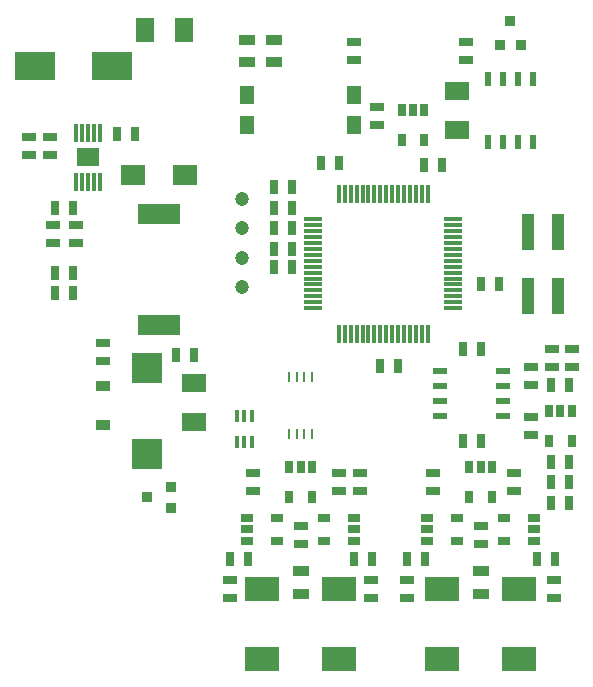
<source format=gbr>
%TF.GenerationSoftware,KiCad,Pcbnew,6.0.0*%
%TF.CreationDate,2022-04-16T14:37:20+02:00*%
%TF.ProjectId,cowdin-3a-pwrmon,636f7764-696e-42d3-9361-2d7077726d6f,1*%
%TF.SameCoordinates,Original*%
%TF.FileFunction,Paste,Top*%
%TF.FilePolarity,Positive*%
%FSLAX46Y46*%
G04 Gerber Fmt 4.6, Leading zero omitted, Abs format (unit mm)*
G04 Created by KiCad (PCBNEW 6.0.0) date 2022-04-16 14:37:20*
%MOMM*%
%LPD*%
G01*
G04 APERTURE LIST*
%ADD10R,2.032000X1.524000*%
%ADD11R,3.560000X1.780000*%
%ADD12R,0.300000X1.524000*%
%ADD13R,1.524000X0.300000*%
%ADD14R,1.143000X0.635000*%
%ADD15R,0.635000X1.143000*%
%ADD16R,0.400000X1.000000*%
%ADD17R,1.000760X0.701040*%
%ADD18R,0.914400X0.914400*%
%ADD19C,1.198880*%
%ADD20R,2.100000X1.800000*%
%ADD21R,0.609600X1.270000*%
%ADD22R,1.397000X0.889000*%
%ADD23R,3.000000X2.000000*%
%ADD24R,3.500120X2.400300*%
%ADD25R,1.220000X0.910000*%
%ADD26R,0.230000X0.930000*%
%ADD27R,0.701040X1.000760*%
%ADD28R,1.300000X1.500000*%
%ADD29R,1.270000X0.609600*%
%ADD30R,0.300000X1.600000*%
%ADD31R,1.880000X1.570000*%
%ADD32R,1.000000X3.100000*%
%ADD33R,1.524000X2.032000*%
%ADD34R,2.500000X2.500000*%
G04 APERTURE END LIST*
D10*
%TO.C,R18*%
X139500000Y-108099000D03*
X139500000Y-111401000D03*
%TD*%
D11*
%TO.C,L1*%
X136550000Y-93750000D03*
X136550000Y-103150000D03*
%TD*%
D12*
%TO.C,U1*%
X151750000Y-103912000D03*
X152250000Y-103912000D03*
X152750000Y-103912000D03*
X153250000Y-103912000D03*
X153750000Y-103912000D03*
X154250000Y-103912000D03*
X154750000Y-103912000D03*
X155250000Y-103912000D03*
X155750000Y-103912000D03*
X156250000Y-103912000D03*
X156750000Y-103912000D03*
X157250000Y-103912000D03*
X157750000Y-103912000D03*
X158250000Y-103912000D03*
X158750000Y-103912000D03*
X159250000Y-103912000D03*
D13*
X161412000Y-101750000D03*
X161412000Y-101250000D03*
X161412000Y-100750000D03*
X161412000Y-100250000D03*
X161412000Y-99750000D03*
X161412000Y-99250000D03*
X161412000Y-98750000D03*
X161412000Y-98250000D03*
X161412000Y-97750000D03*
X161412000Y-97250000D03*
X161412000Y-96750000D03*
X161412000Y-96250000D03*
X161412000Y-95750000D03*
X161412000Y-95250000D03*
X161412000Y-94750000D03*
X161412000Y-94250000D03*
D12*
X159250000Y-92088000D03*
X158750000Y-92088000D03*
X158250000Y-92088000D03*
X157750000Y-92088000D03*
X157250000Y-92088000D03*
X156750000Y-92088000D03*
X156250000Y-92088000D03*
X155750000Y-92088000D03*
X155250000Y-92088000D03*
X154750000Y-92088000D03*
X154250000Y-92088000D03*
X153750000Y-92088000D03*
X153250000Y-92088000D03*
X152750000Y-92088000D03*
X152250000Y-92088000D03*
X151750000Y-92088000D03*
D13*
X149588000Y-94250000D03*
X149588000Y-94750000D03*
X149588000Y-95250000D03*
X149588000Y-95750000D03*
X149588000Y-96250000D03*
X149588000Y-96750000D03*
X149588000Y-97250000D03*
X149588000Y-97750000D03*
X149588000Y-98250000D03*
X149588000Y-98750000D03*
X149588000Y-99250000D03*
X149588000Y-99750000D03*
X149588000Y-100250000D03*
X149588000Y-100750000D03*
X149588000Y-101250000D03*
X149588000Y-101750000D03*
%TD*%
D14*
%TO.C,C7*%
X163750000Y-120238000D03*
X163750000Y-121762000D03*
%TD*%
D15*
%TO.C,C13*%
X137988000Y-105750000D03*
X139512000Y-105750000D03*
%TD*%
D14*
%TO.C,R17*%
X151750000Y-117262000D03*
X151750000Y-115738000D03*
%TD*%
%TO.C,R51*%
X142500000Y-124738000D03*
X142500000Y-126262000D03*
%TD*%
D15*
%TO.C,R15*%
X171262000Y-108250000D03*
X169738000Y-108250000D03*
%TD*%
D14*
%TO.C,C11*%
X153050000Y-80762000D03*
X153050000Y-79238000D03*
%TD*%
D16*
%TO.C,U14*%
X143100000Y-113100000D03*
X143750000Y-113100000D03*
X144400000Y-113100000D03*
X144400000Y-110900000D03*
X143750000Y-110900000D03*
X143100000Y-110900000D03*
%TD*%
D17*
%TO.C,U6*%
X159230000Y-119547500D03*
X159230000Y-120500000D03*
X159230000Y-121452500D03*
X161770000Y-121452500D03*
X161770000Y-119547500D03*
%TD*%
D18*
%TO.C,Q1*%
X137516000Y-118639000D03*
X137516000Y-116861000D03*
X135484000Y-117750000D03*
%TD*%
D14*
%TO.C,R16*%
X168000000Y-110988000D03*
X168000000Y-112512000D03*
%TD*%
D18*
%TO.C,D1*%
X165361000Y-79516000D03*
X167139000Y-79516000D03*
X166250000Y-77484000D03*
%TD*%
D14*
%TO.C,C6*%
X148500000Y-120238000D03*
X148500000Y-121762000D03*
%TD*%
D15*
%TO.C,C16*%
X158988000Y-89650000D03*
X160512000Y-89650000D03*
%TD*%
D14*
%TO.C,R4*%
X155000000Y-86262000D03*
X155000000Y-84738000D03*
%TD*%
D15*
%TO.C,C22*%
X147762000Y-95000000D03*
X146238000Y-95000000D03*
%TD*%
%TO.C,C18*%
X147762000Y-96750000D03*
X146238000Y-96750000D03*
%TD*%
D19*
%TO.C,TP6*%
X143500000Y-92500000D03*
%TD*%
D14*
%TO.C,R43*%
X159750000Y-115738000D03*
X159750000Y-117262000D03*
%TD*%
D17*
%TO.C,U5*%
X168270000Y-121452500D03*
X168270000Y-120500000D03*
X168270000Y-119547500D03*
X165730000Y-119547500D03*
X165730000Y-121452500D03*
%TD*%
D14*
%TO.C,C5*%
X127500000Y-94738000D03*
X127500000Y-96262000D03*
%TD*%
D17*
%TO.C,U8*%
X143980000Y-119547500D03*
X143980000Y-120500000D03*
X143980000Y-121452500D03*
X146520000Y-121452500D03*
X146520000Y-119547500D03*
%TD*%
D14*
%TO.C,R5*%
X127250000Y-87238000D03*
X127250000Y-88762000D03*
%TD*%
%TO.C,R41*%
X157500000Y-124738000D03*
X157500000Y-126262000D03*
%TD*%
D20*
%TO.C,D2*%
X138700000Y-90500000D03*
X134300000Y-90500000D03*
%TD*%
D21*
%TO.C,U2*%
X164345000Y-87667000D03*
X165615000Y-87667000D03*
X166885000Y-87667000D03*
X168155000Y-87667000D03*
X168155000Y-82333000D03*
X166885000Y-82333000D03*
X165615000Y-82333000D03*
X164345000Y-82333000D03*
%TD*%
D22*
%TO.C,C8*%
X163750000Y-125952500D03*
X163750000Y-124047500D03*
%TD*%
D15*
%TO.C,C12*%
X132988000Y-87000000D03*
X134512000Y-87000000D03*
%TD*%
D23*
%TO.C,R10*%
X167000000Y-131450000D03*
X167000000Y-125550000D03*
%TD*%
D22*
%TO.C,C9*%
X148500000Y-125952500D03*
X148500000Y-124047500D03*
%TD*%
D15*
%TO.C,R6*%
X129262000Y-93250000D03*
X127738000Y-93250000D03*
%TD*%
D24*
%TO.C,C2*%
X132501200Y-81250000D03*
X125998800Y-81250000D03*
%TD*%
D15*
%TO.C,R22*%
X152988000Y-123000000D03*
X154512000Y-123000000D03*
%TD*%
D25*
%TO.C,D3*%
X131750000Y-111635000D03*
X131750000Y-108365000D03*
%TD*%
D26*
%TO.C,U13*%
X147525000Y-112450000D03*
X148175000Y-112450000D03*
X148825000Y-112450000D03*
X149475000Y-112450000D03*
X149475000Y-107550000D03*
X148825000Y-107550000D03*
X148175000Y-107550000D03*
X147525000Y-107550000D03*
%TD*%
D15*
%TO.C,R14*%
X147762000Y-91500000D03*
X146238000Y-91500000D03*
%TD*%
D27*
%TO.C,U4*%
X158952500Y-84980000D03*
X158000000Y-84980000D03*
X157047500Y-84980000D03*
X157047500Y-87520000D03*
X158952500Y-87520000D03*
%TD*%
D14*
%TO.C,R13*%
X166600000Y-115738000D03*
X166600000Y-117262000D03*
%TD*%
D15*
%TO.C,R12*%
X168488000Y-123000000D03*
X170012000Y-123000000D03*
%TD*%
D14*
%TO.C,C10*%
X162500000Y-80762000D03*
X162500000Y-79238000D03*
%TD*%
D23*
%TO.C,R20*%
X151750000Y-131450000D03*
X151750000Y-125550000D03*
%TD*%
D15*
%TO.C,C24*%
X171262000Y-118250000D03*
X169738000Y-118250000D03*
%TD*%
D19*
%TO.C,TP5*%
X143500000Y-95000000D03*
%TD*%
%TO.C,TP3*%
X143500000Y-97500000D03*
%TD*%
D28*
%TO.C,U3*%
X144000000Y-83730000D03*
X144000000Y-86270000D03*
X153000000Y-86270000D03*
X153000000Y-83730000D03*
%TD*%
D29*
%TO.C,U15*%
X165667000Y-110905000D03*
X165667000Y-109635000D03*
X165667000Y-108365000D03*
X165667000Y-107095000D03*
X160333000Y-107095000D03*
X160333000Y-108365000D03*
X160333000Y-109635000D03*
X160333000Y-110905000D03*
%TD*%
D14*
%TO.C,R53*%
X144500000Y-115738000D03*
X144500000Y-117262000D03*
%TD*%
%TO.C,R23*%
X153500000Y-115738000D03*
X153500000Y-117262000D03*
%TD*%
%TO.C,C25*%
X171500000Y-106762000D03*
X171500000Y-105238000D03*
%TD*%
%TO.C,R11*%
X170000000Y-124738000D03*
X170000000Y-126262000D03*
%TD*%
D15*
%TO.C,C23*%
X171262000Y-116500000D03*
X169738000Y-116500000D03*
%TD*%
D14*
%TO.C,R21*%
X154500000Y-124738000D03*
X154500000Y-126262000D03*
%TD*%
D30*
%TO.C,U11*%
X131500000Y-86900000D03*
X131000000Y-86900000D03*
X130500000Y-86900000D03*
X130000000Y-86900000D03*
X129500000Y-86900000D03*
X129500000Y-91100000D03*
X130000000Y-91100000D03*
X130500000Y-91100000D03*
X131000000Y-91100000D03*
X131500000Y-91100000D03*
D31*
X130500000Y-89000000D03*
%TD*%
D17*
%TO.C,U7*%
X153020000Y-121452500D03*
X153020000Y-120500000D03*
X153020000Y-119547500D03*
X150480000Y-119547500D03*
X150480000Y-121452500D03*
%TD*%
D15*
%TO.C,R42*%
X159012000Y-123000000D03*
X157488000Y-123000000D03*
%TD*%
D22*
%TO.C,R3*%
X146250000Y-80952500D03*
X146250000Y-79047500D03*
%TD*%
D15*
%TO.C,C28*%
X162238000Y-105250000D03*
X163762000Y-105250000D03*
%TD*%
%TO.C,C15*%
X163738000Y-99750000D03*
X165262000Y-99750000D03*
%TD*%
D14*
%TO.C,C21*%
X131750000Y-106262000D03*
X131750000Y-104738000D03*
%TD*%
D23*
%TO.C,R40*%
X160500000Y-125550000D03*
X160500000Y-131450000D03*
%TD*%
D27*
%TO.C,U12*%
X171452500Y-110480000D03*
X170500000Y-110480000D03*
X169547500Y-110480000D03*
X169547500Y-113020000D03*
X171452500Y-113020000D03*
%TD*%
%TO.C,U10*%
X149452500Y-115230000D03*
X148500000Y-115230000D03*
X147547500Y-115230000D03*
X147547500Y-117770000D03*
X149452500Y-117770000D03*
%TD*%
D10*
%TO.C,R1*%
X161750000Y-86651000D03*
X161750000Y-83349000D03*
%TD*%
D27*
%TO.C,U9*%
X164702500Y-115230000D03*
X163750000Y-115230000D03*
X162797500Y-115230000D03*
X162797500Y-117770000D03*
X164702500Y-117770000D03*
%TD*%
D15*
%TO.C,R52*%
X144012000Y-123000000D03*
X142488000Y-123000000D03*
%TD*%
D19*
%TO.C,TP4*%
X143500000Y-100000000D03*
%TD*%
D15*
%TO.C,C19*%
X147762000Y-98250000D03*
X146238000Y-98250000D03*
%TD*%
D14*
%TO.C,C4*%
X129500000Y-94738000D03*
X129500000Y-96262000D03*
%TD*%
D15*
%TO.C,C29*%
X163762000Y-113000000D03*
X162238000Y-113000000D03*
%TD*%
D23*
%TO.C,R50*%
X145250000Y-125550000D03*
X145250000Y-131450000D03*
%TD*%
D15*
%TO.C,R9*%
X146238000Y-93250000D03*
X147762000Y-93250000D03*
%TD*%
D32*
%TO.C,P3*%
X167730000Y-100700000D03*
X167730000Y-95300000D03*
X170270000Y-100700000D03*
X170270000Y-95300000D03*
%TD*%
D15*
%TO.C,R7*%
X127738000Y-100500000D03*
X129262000Y-100500000D03*
%TD*%
D14*
%TO.C,C3*%
X125500000Y-87238000D03*
X125500000Y-88762000D03*
%TD*%
%TO.C,C27*%
X168000000Y-108262000D03*
X168000000Y-106738000D03*
%TD*%
D33*
%TO.C,C1*%
X135349000Y-78250000D03*
X138651000Y-78250000D03*
%TD*%
D34*
%TO.C,C14*%
X135500000Y-106850000D03*
X135500000Y-114150000D03*
%TD*%
D15*
%TO.C,C17*%
X151762000Y-89500000D03*
X150238000Y-89500000D03*
%TD*%
%TO.C,R8*%
X129262000Y-98750000D03*
X127738000Y-98750000D03*
%TD*%
D22*
%TO.C,R2*%
X144000000Y-80952500D03*
X144000000Y-79047500D03*
%TD*%
D14*
%TO.C,L2*%
X169750000Y-105238000D03*
X169750000Y-106762000D03*
%TD*%
D15*
%TO.C,C20*%
X155238000Y-106650000D03*
X156762000Y-106650000D03*
%TD*%
%TO.C,C26*%
X171262000Y-114750000D03*
X169738000Y-114750000D03*
%TD*%
M02*

</source>
